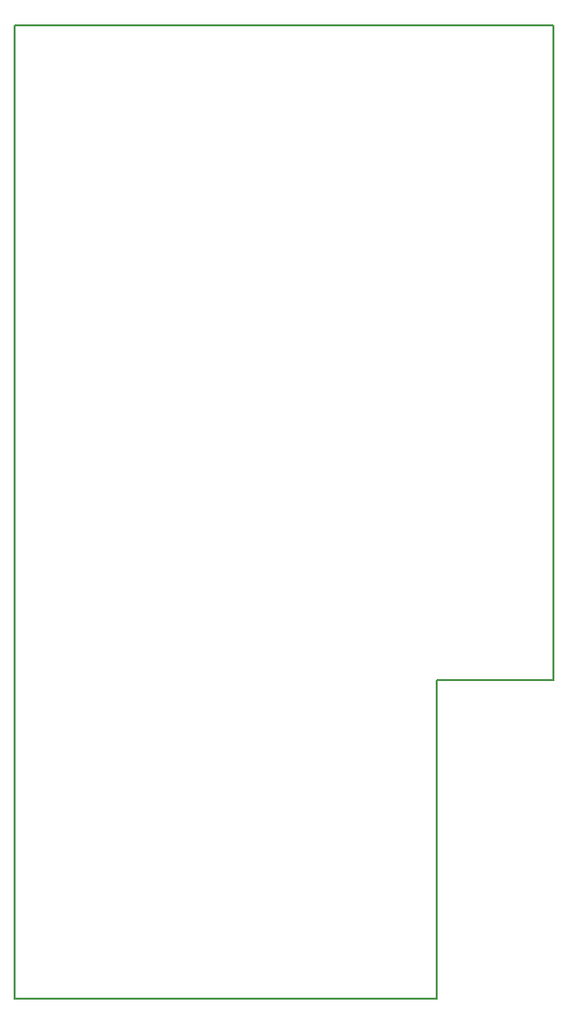
<source format=gbr>
%TF.GenerationSoftware,KiCad,Pcbnew,7.0.5-0*%
%TF.CreationDate,2023-05-30T18:10:53-04:00*%
%TF.ProjectId,SCSI adapter version 3,53435349-2061-4646-9170-746572207665,rev?*%
%TF.SameCoordinates,Original*%
%TF.FileFunction,Profile,NP*%
%FSLAX46Y46*%
G04 Gerber Fmt 4.6, Leading zero omitted, Abs format (unit mm)*
G04 Created by KiCad (PCBNEW 7.0.5-0) date 2023-05-30 18:10:53*
%MOMM*%
%LPD*%
G01*
G04 APERTURE LIST*
%TA.AperFunction,Profile*%
%ADD10C,0.200000*%
%TD*%
G04 APERTURE END LIST*
D10*
X101600000Y-55880000D02*
X54696990Y-55935269D01*
X54680850Y-140457557D02*
X91457532Y-140457557D01*
X54696990Y-55935269D02*
X54680850Y-140457557D01*
X91457532Y-140457557D02*
X91440000Y-112757160D01*
X91440000Y-112757160D02*
X101600000Y-112757160D01*
X101600000Y-112757160D02*
X101600000Y-55880000D01*
M02*

</source>
